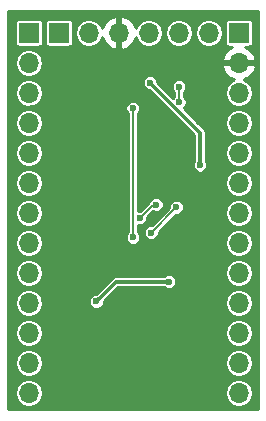
<source format=gbr>
G04 #@! TF.GenerationSoftware,KiCad,Pcbnew,5.0.1-33cea8e~68~ubuntu18.04.1*
G04 #@! TF.CreationDate,2018-10-26T18:50:41+11:00*
G04 #@! TF.ProjectId,PIC18F24K40,50494331384632344B34302E6B696361,rev?*
G04 #@! TF.SameCoordinates,Original*
G04 #@! TF.FileFunction,Copper,L2,Bot,Signal*
G04 #@! TF.FilePolarity,Positive*
%FSLAX46Y46*%
G04 Gerber Fmt 4.6, Leading zero omitted, Abs format (unit mm)*
G04 Created by KiCad (PCBNEW 5.0.1-33cea8e~68~ubuntu18.04.1) date Fri 26 Oct 2018 18:50:41 AEDT*
%MOMM*%
%LPD*%
G01*
G04 APERTURE LIST*
G04 #@! TA.AperFunction,ComponentPad*
%ADD10O,1.700000X1.700000*%
G04 #@! TD*
G04 #@! TA.AperFunction,ComponentPad*
%ADD11R,1.700000X1.700000*%
G04 #@! TD*
G04 #@! TA.AperFunction,ViaPad*
%ADD12C,0.600000*%
G04 #@! TD*
G04 #@! TA.AperFunction,Conductor*
%ADD13C,0.300000*%
G04 #@! TD*
G04 #@! TA.AperFunction,Conductor*
%ADD14C,0.150000*%
G04 #@! TD*
G04 #@! TA.AperFunction,Conductor*
%ADD15C,0.254000*%
G04 #@! TD*
G04 APERTURE END LIST*
D10*
G04 #@! TO.P,J3,6*
G04 #@! TO.N,Net-(J3-Pad6)*
X121920000Y-76200000D03*
G04 #@! TO.P,J3,5*
G04 #@! TO.N,/RB6*
X119380000Y-76200000D03*
G04 #@! TO.P,J3,4*
G04 #@! TO.N,/RB7*
X116840000Y-76200000D03*
G04 #@! TO.P,J3,3*
G04 #@! TO.N,GND*
X114300000Y-76200000D03*
G04 #@! TO.P,J3,2*
G04 #@! TO.N,VCC*
X111760000Y-76200000D03*
D11*
G04 #@! TO.P,J3,1*
G04 #@! TO.N,/RE3*
X109220000Y-76200000D03*
G04 #@! TD*
G04 #@! TO.P,J2,1*
G04 #@! TO.N,VCC*
X124460000Y-76200000D03*
D10*
G04 #@! TO.P,J2,2*
G04 #@! TO.N,GND*
X124460000Y-78740000D03*
G04 #@! TO.P,J2,3*
G04 #@! TO.N,/RB7*
X124460000Y-81280000D03*
G04 #@! TO.P,J2,4*
G04 #@! TO.N,/RB6*
X124460000Y-83820000D03*
G04 #@! TO.P,J2,5*
G04 #@! TO.N,/RB5*
X124460000Y-86360000D03*
G04 #@! TO.P,J2,6*
G04 #@! TO.N,/RB4*
X124460000Y-88900000D03*
G04 #@! TO.P,J2,7*
G04 #@! TO.N,/RB3*
X124460000Y-91440000D03*
G04 #@! TO.P,J2,8*
G04 #@! TO.N,/RB2*
X124460000Y-93980000D03*
G04 #@! TO.P,J2,9*
G04 #@! TO.N,/RB1*
X124460000Y-96520000D03*
G04 #@! TO.P,J2,10*
G04 #@! TO.N,/RB0*
X124460000Y-99060000D03*
G04 #@! TO.P,J2,11*
G04 #@! TO.N,/RC7*
X124460000Y-101600000D03*
G04 #@! TO.P,J2,12*
G04 #@! TO.N,/RC6*
X124460000Y-104140000D03*
G04 #@! TO.P,J2,13*
G04 #@! TO.N,/RC5*
X124460000Y-106680000D03*
G04 #@! TD*
G04 #@! TO.P,J1,13*
G04 #@! TO.N,/RC4*
X106680000Y-106680000D03*
G04 #@! TO.P,J1,12*
G04 #@! TO.N,/RC3*
X106680000Y-104140000D03*
G04 #@! TO.P,J1,11*
G04 #@! TO.N,/RC2*
X106680000Y-101600000D03*
G04 #@! TO.P,J1,10*
G04 #@! TO.N,/RC1*
X106680000Y-99060000D03*
G04 #@! TO.P,J1,9*
G04 #@! TO.N,/RC0*
X106680000Y-96520000D03*
G04 #@! TO.P,J1,8*
G04 #@! TO.N,/RA7*
X106680000Y-93980000D03*
G04 #@! TO.P,J1,7*
G04 #@! TO.N,/RA6*
X106680000Y-91440000D03*
G04 #@! TO.P,J1,6*
G04 #@! TO.N,/RA5*
X106680000Y-88900000D03*
G04 #@! TO.P,J1,5*
G04 #@! TO.N,/RA4*
X106680000Y-86360000D03*
G04 #@! TO.P,J1,4*
G04 #@! TO.N,/RA3*
X106680000Y-83820000D03*
G04 #@! TO.P,J1,3*
G04 #@! TO.N,/RA2*
X106680000Y-81280000D03*
G04 #@! TO.P,J1,2*
G04 #@! TO.N,/RA1*
X106680000Y-78740000D03*
D11*
G04 #@! TO.P,J1,1*
G04 #@! TO.N,/RA0*
X106680000Y-76200000D03*
G04 #@! TD*
D12*
G04 #@! TO.N,VCC*
X118530000Y-97270000D03*
X112390000Y-98950002D03*
X121170000Y-87410000D03*
X116940000Y-80420000D03*
G04 #@! TO.N,GND*
X121000000Y-91000000D03*
X111130000Y-87370000D03*
X121000000Y-107750000D03*
X121000000Y-107000000D03*
X121000000Y-106250000D03*
X111000000Y-107750000D03*
X111000000Y-107000000D03*
X111000000Y-106250000D03*
X118900000Y-95370000D03*
X111840000Y-83880000D03*
G04 #@! TO.N,/RC6*
X116050000Y-91890000D03*
X117460000Y-90760000D03*
G04 #@! TO.N,/RC7*
X117040000Y-93120000D03*
X119180000Y-90970000D03*
G04 #@! TO.N,/RB6*
X119390000Y-80755000D03*
X119410000Y-82070000D03*
G04 #@! TO.N,Net-(C5-Pad2)*
X115490000Y-82570000D03*
X115500000Y-93530000D03*
G04 #@! TD*
D13*
G04 #@! TO.N,VCC*
X114070002Y-97270000D02*
X112689999Y-98650003D01*
X112689999Y-98650003D02*
X112390000Y-98950002D01*
X118530000Y-97270000D02*
X114070002Y-97270000D01*
X121170000Y-84650000D02*
X116940000Y-80420000D01*
X121170000Y-87410000D02*
X121170000Y-84650000D01*
D14*
G04 #@! TO.N,/RC6*
X117180000Y-90760000D02*
X117460000Y-90760000D01*
X116050000Y-91890000D02*
X117180000Y-90760000D01*
G04 #@! TO.N,/RC7*
X119180000Y-90980000D02*
X119180000Y-90970000D01*
X117040000Y-93120000D02*
X119180000Y-90980000D01*
G04 #@! TO.N,/RB6*
X119390000Y-82050000D02*
X119410000Y-82070000D01*
X119390000Y-80755000D02*
X119390000Y-82050000D01*
G04 #@! TO.N,Net-(C5-Pad2)*
X115490000Y-82570000D02*
X115490000Y-93520000D01*
X115490000Y-93520000D02*
X115500000Y-93530000D01*
G04 #@! TD*
D15*
G04 #@! TO.N,GND*
G36*
X126098000Y-108098000D02*
X104902000Y-108098000D01*
X104902000Y-106680000D01*
X105479942Y-106680000D01*
X105571291Y-107139242D01*
X105831431Y-107528569D01*
X106220758Y-107788709D01*
X106564080Y-107857000D01*
X106795920Y-107857000D01*
X107139242Y-107788709D01*
X107528569Y-107528569D01*
X107788709Y-107139242D01*
X107880058Y-106680000D01*
X123259942Y-106680000D01*
X123351291Y-107139242D01*
X123611431Y-107528569D01*
X124000758Y-107788709D01*
X124344080Y-107857000D01*
X124575920Y-107857000D01*
X124919242Y-107788709D01*
X125308569Y-107528569D01*
X125568709Y-107139242D01*
X125660058Y-106680000D01*
X125568709Y-106220758D01*
X125308569Y-105831431D01*
X124919242Y-105571291D01*
X124575920Y-105503000D01*
X124344080Y-105503000D01*
X124000758Y-105571291D01*
X123611431Y-105831431D01*
X123351291Y-106220758D01*
X123259942Y-106680000D01*
X107880058Y-106680000D01*
X107788709Y-106220758D01*
X107528569Y-105831431D01*
X107139242Y-105571291D01*
X106795920Y-105503000D01*
X106564080Y-105503000D01*
X106220758Y-105571291D01*
X105831431Y-105831431D01*
X105571291Y-106220758D01*
X105479942Y-106680000D01*
X104902000Y-106680000D01*
X104902000Y-104140000D01*
X105479942Y-104140000D01*
X105571291Y-104599242D01*
X105831431Y-104988569D01*
X106220758Y-105248709D01*
X106564080Y-105317000D01*
X106795920Y-105317000D01*
X107139242Y-105248709D01*
X107528569Y-104988569D01*
X107788709Y-104599242D01*
X107880058Y-104140000D01*
X123259942Y-104140000D01*
X123351291Y-104599242D01*
X123611431Y-104988569D01*
X124000758Y-105248709D01*
X124344080Y-105317000D01*
X124575920Y-105317000D01*
X124919242Y-105248709D01*
X125308569Y-104988569D01*
X125568709Y-104599242D01*
X125660058Y-104140000D01*
X125568709Y-103680758D01*
X125308569Y-103291431D01*
X124919242Y-103031291D01*
X124575920Y-102963000D01*
X124344080Y-102963000D01*
X124000758Y-103031291D01*
X123611431Y-103291431D01*
X123351291Y-103680758D01*
X123259942Y-104140000D01*
X107880058Y-104140000D01*
X107788709Y-103680758D01*
X107528569Y-103291431D01*
X107139242Y-103031291D01*
X106795920Y-102963000D01*
X106564080Y-102963000D01*
X106220758Y-103031291D01*
X105831431Y-103291431D01*
X105571291Y-103680758D01*
X105479942Y-104140000D01*
X104902000Y-104140000D01*
X104902000Y-101600000D01*
X105479942Y-101600000D01*
X105571291Y-102059242D01*
X105831431Y-102448569D01*
X106220758Y-102708709D01*
X106564080Y-102777000D01*
X106795920Y-102777000D01*
X107139242Y-102708709D01*
X107528569Y-102448569D01*
X107788709Y-102059242D01*
X107880058Y-101600000D01*
X123259942Y-101600000D01*
X123351291Y-102059242D01*
X123611431Y-102448569D01*
X124000758Y-102708709D01*
X124344080Y-102777000D01*
X124575920Y-102777000D01*
X124919242Y-102708709D01*
X125308569Y-102448569D01*
X125568709Y-102059242D01*
X125660058Y-101600000D01*
X125568709Y-101140758D01*
X125308569Y-100751431D01*
X124919242Y-100491291D01*
X124575920Y-100423000D01*
X124344080Y-100423000D01*
X124000758Y-100491291D01*
X123611431Y-100751431D01*
X123351291Y-101140758D01*
X123259942Y-101600000D01*
X107880058Y-101600000D01*
X107788709Y-101140758D01*
X107528569Y-100751431D01*
X107139242Y-100491291D01*
X106795920Y-100423000D01*
X106564080Y-100423000D01*
X106220758Y-100491291D01*
X105831431Y-100751431D01*
X105571291Y-101140758D01*
X105479942Y-101600000D01*
X104902000Y-101600000D01*
X104902000Y-99060000D01*
X105479942Y-99060000D01*
X105571291Y-99519242D01*
X105831431Y-99908569D01*
X106220758Y-100168709D01*
X106564080Y-100237000D01*
X106795920Y-100237000D01*
X107139242Y-100168709D01*
X107528569Y-99908569D01*
X107788709Y-99519242D01*
X107880058Y-99060000D01*
X107833371Y-98825284D01*
X111763000Y-98825284D01*
X111763000Y-99074720D01*
X111858455Y-99305169D01*
X112034833Y-99481547D01*
X112265282Y-99577002D01*
X112514718Y-99577002D01*
X112745167Y-99481547D01*
X112921545Y-99305169D01*
X113017000Y-99074720D01*
X113017000Y-99060000D01*
X123259942Y-99060000D01*
X123351291Y-99519242D01*
X123611431Y-99908569D01*
X124000758Y-100168709D01*
X124344080Y-100237000D01*
X124575920Y-100237000D01*
X124919242Y-100168709D01*
X125308569Y-99908569D01*
X125568709Y-99519242D01*
X125660058Y-99060000D01*
X125568709Y-98600758D01*
X125308569Y-98211431D01*
X124919242Y-97951291D01*
X124575920Y-97883000D01*
X124344080Y-97883000D01*
X124000758Y-97951291D01*
X123611431Y-98211431D01*
X123351291Y-98600758D01*
X123259942Y-99060000D01*
X113017000Y-99060000D01*
X113017000Y-98997581D01*
X113060505Y-98954076D01*
X114267582Y-97747000D01*
X118120288Y-97747000D01*
X118174833Y-97801545D01*
X118405282Y-97897000D01*
X118654718Y-97897000D01*
X118885167Y-97801545D01*
X119061545Y-97625167D01*
X119157000Y-97394718D01*
X119157000Y-97145282D01*
X119061545Y-96914833D01*
X118885167Y-96738455D01*
X118654718Y-96643000D01*
X118405282Y-96643000D01*
X118174833Y-96738455D01*
X118120288Y-96793000D01*
X114116973Y-96793000D01*
X114070002Y-96783657D01*
X114023031Y-96793000D01*
X114023027Y-96793000D01*
X113883886Y-96820677D01*
X113726105Y-96926103D01*
X113699496Y-96965926D01*
X112385926Y-98279497D01*
X112342421Y-98323002D01*
X112265282Y-98323002D01*
X112034833Y-98418457D01*
X111858455Y-98594835D01*
X111763000Y-98825284D01*
X107833371Y-98825284D01*
X107788709Y-98600758D01*
X107528569Y-98211431D01*
X107139242Y-97951291D01*
X106795920Y-97883000D01*
X106564080Y-97883000D01*
X106220758Y-97951291D01*
X105831431Y-98211431D01*
X105571291Y-98600758D01*
X105479942Y-99060000D01*
X104902000Y-99060000D01*
X104902000Y-96520000D01*
X105479942Y-96520000D01*
X105571291Y-96979242D01*
X105831431Y-97368569D01*
X106220758Y-97628709D01*
X106564080Y-97697000D01*
X106795920Y-97697000D01*
X107139242Y-97628709D01*
X107528569Y-97368569D01*
X107788709Y-96979242D01*
X107880058Y-96520000D01*
X123259942Y-96520000D01*
X123351291Y-96979242D01*
X123611431Y-97368569D01*
X124000758Y-97628709D01*
X124344080Y-97697000D01*
X124575920Y-97697000D01*
X124919242Y-97628709D01*
X125308569Y-97368569D01*
X125568709Y-96979242D01*
X125660058Y-96520000D01*
X125568709Y-96060758D01*
X125308569Y-95671431D01*
X124919242Y-95411291D01*
X124575920Y-95343000D01*
X124344080Y-95343000D01*
X124000758Y-95411291D01*
X123611431Y-95671431D01*
X123351291Y-96060758D01*
X123259942Y-96520000D01*
X107880058Y-96520000D01*
X107788709Y-96060758D01*
X107528569Y-95671431D01*
X107139242Y-95411291D01*
X106795920Y-95343000D01*
X106564080Y-95343000D01*
X106220758Y-95411291D01*
X105831431Y-95671431D01*
X105571291Y-96060758D01*
X105479942Y-96520000D01*
X104902000Y-96520000D01*
X104902000Y-93980000D01*
X105479942Y-93980000D01*
X105571291Y-94439242D01*
X105831431Y-94828569D01*
X106220758Y-95088709D01*
X106564080Y-95157000D01*
X106795920Y-95157000D01*
X107139242Y-95088709D01*
X107528569Y-94828569D01*
X107788709Y-94439242D01*
X107880058Y-93980000D01*
X107788709Y-93520758D01*
X107528569Y-93131431D01*
X107139242Y-92871291D01*
X106795920Y-92803000D01*
X106564080Y-92803000D01*
X106220758Y-92871291D01*
X105831431Y-93131431D01*
X105571291Y-93520758D01*
X105479942Y-93980000D01*
X104902000Y-93980000D01*
X104902000Y-91440000D01*
X105479942Y-91440000D01*
X105571291Y-91899242D01*
X105831431Y-92288569D01*
X106220758Y-92548709D01*
X106564080Y-92617000D01*
X106795920Y-92617000D01*
X107139242Y-92548709D01*
X107528569Y-92288569D01*
X107788709Y-91899242D01*
X107880058Y-91440000D01*
X107788709Y-90980758D01*
X107528569Y-90591431D01*
X107139242Y-90331291D01*
X106795920Y-90263000D01*
X106564080Y-90263000D01*
X106220758Y-90331291D01*
X105831431Y-90591431D01*
X105571291Y-90980758D01*
X105479942Y-91440000D01*
X104902000Y-91440000D01*
X104902000Y-88900000D01*
X105479942Y-88900000D01*
X105571291Y-89359242D01*
X105831431Y-89748569D01*
X106220758Y-90008709D01*
X106564080Y-90077000D01*
X106795920Y-90077000D01*
X107139242Y-90008709D01*
X107528569Y-89748569D01*
X107788709Y-89359242D01*
X107880058Y-88900000D01*
X107788709Y-88440758D01*
X107528569Y-88051431D01*
X107139242Y-87791291D01*
X106795920Y-87723000D01*
X106564080Y-87723000D01*
X106220758Y-87791291D01*
X105831431Y-88051431D01*
X105571291Y-88440758D01*
X105479942Y-88900000D01*
X104902000Y-88900000D01*
X104902000Y-86360000D01*
X105479942Y-86360000D01*
X105571291Y-86819242D01*
X105831431Y-87208569D01*
X106220758Y-87468709D01*
X106564080Y-87537000D01*
X106795920Y-87537000D01*
X107139242Y-87468709D01*
X107528569Y-87208569D01*
X107788709Y-86819242D01*
X107880058Y-86360000D01*
X107788709Y-85900758D01*
X107528569Y-85511431D01*
X107139242Y-85251291D01*
X106795920Y-85183000D01*
X106564080Y-85183000D01*
X106220758Y-85251291D01*
X105831431Y-85511431D01*
X105571291Y-85900758D01*
X105479942Y-86360000D01*
X104902000Y-86360000D01*
X104902000Y-83820000D01*
X105479942Y-83820000D01*
X105571291Y-84279242D01*
X105831431Y-84668569D01*
X106220758Y-84928709D01*
X106564080Y-84997000D01*
X106795920Y-84997000D01*
X107139242Y-84928709D01*
X107528569Y-84668569D01*
X107788709Y-84279242D01*
X107880058Y-83820000D01*
X107788709Y-83360758D01*
X107528569Y-82971431D01*
X107139242Y-82711291D01*
X106795920Y-82643000D01*
X106564080Y-82643000D01*
X106220758Y-82711291D01*
X105831431Y-82971431D01*
X105571291Y-83360758D01*
X105479942Y-83820000D01*
X104902000Y-83820000D01*
X104902000Y-81280000D01*
X105479942Y-81280000D01*
X105571291Y-81739242D01*
X105831431Y-82128569D01*
X106220758Y-82388709D01*
X106564080Y-82457000D01*
X106795920Y-82457000D01*
X106854830Y-82445282D01*
X114863000Y-82445282D01*
X114863000Y-82694718D01*
X114958455Y-82925167D01*
X115088000Y-83054712D01*
X115088001Y-93055287D01*
X114968455Y-93174833D01*
X114873000Y-93405282D01*
X114873000Y-93654718D01*
X114968455Y-93885167D01*
X115144833Y-94061545D01*
X115375282Y-94157000D01*
X115624718Y-94157000D01*
X115855167Y-94061545D01*
X115936712Y-93980000D01*
X123259942Y-93980000D01*
X123351291Y-94439242D01*
X123611431Y-94828569D01*
X124000758Y-95088709D01*
X124344080Y-95157000D01*
X124575920Y-95157000D01*
X124919242Y-95088709D01*
X125308569Y-94828569D01*
X125568709Y-94439242D01*
X125660058Y-93980000D01*
X125568709Y-93520758D01*
X125308569Y-93131431D01*
X124919242Y-92871291D01*
X124575920Y-92803000D01*
X124344080Y-92803000D01*
X124000758Y-92871291D01*
X123611431Y-93131431D01*
X123351291Y-93520758D01*
X123259942Y-93980000D01*
X115936712Y-93980000D01*
X116031545Y-93885167D01*
X116127000Y-93654718D01*
X116127000Y-93405282D01*
X116031545Y-93174833D01*
X115892000Y-93035288D01*
X115892000Y-92995282D01*
X116413000Y-92995282D01*
X116413000Y-93244718D01*
X116508455Y-93475167D01*
X116684833Y-93651545D01*
X116915282Y-93747000D01*
X117164718Y-93747000D01*
X117395167Y-93651545D01*
X117571545Y-93475167D01*
X117667000Y-93244718D01*
X117667000Y-93061513D01*
X119131514Y-91597000D01*
X119304718Y-91597000D01*
X119535167Y-91501545D01*
X119596712Y-91440000D01*
X123259942Y-91440000D01*
X123351291Y-91899242D01*
X123611431Y-92288569D01*
X124000758Y-92548709D01*
X124344080Y-92617000D01*
X124575920Y-92617000D01*
X124919242Y-92548709D01*
X125308569Y-92288569D01*
X125568709Y-91899242D01*
X125660058Y-91440000D01*
X125568709Y-90980758D01*
X125308569Y-90591431D01*
X124919242Y-90331291D01*
X124575920Y-90263000D01*
X124344080Y-90263000D01*
X124000758Y-90331291D01*
X123611431Y-90591431D01*
X123351291Y-90980758D01*
X123259942Y-91440000D01*
X119596712Y-91440000D01*
X119711545Y-91325167D01*
X119807000Y-91094718D01*
X119807000Y-90845282D01*
X119711545Y-90614833D01*
X119535167Y-90438455D01*
X119304718Y-90343000D01*
X119055282Y-90343000D01*
X118824833Y-90438455D01*
X118648455Y-90614833D01*
X118553000Y-90845282D01*
X118553000Y-91038486D01*
X117098487Y-92493000D01*
X116915282Y-92493000D01*
X116684833Y-92588455D01*
X116508455Y-92764833D01*
X116413000Y-92995282D01*
X115892000Y-92995282D01*
X115892000Y-92503214D01*
X115925282Y-92517000D01*
X116174718Y-92517000D01*
X116405167Y-92421545D01*
X116581545Y-92245167D01*
X116677000Y-92014718D01*
X116677000Y-91831513D01*
X117184125Y-91324389D01*
X117335282Y-91387000D01*
X117584718Y-91387000D01*
X117815167Y-91291545D01*
X117991545Y-91115167D01*
X118087000Y-90884718D01*
X118087000Y-90635282D01*
X117991545Y-90404833D01*
X117815167Y-90228455D01*
X117584718Y-90133000D01*
X117335282Y-90133000D01*
X117104833Y-90228455D01*
X116928455Y-90404833D01*
X116905681Y-90459814D01*
X116890175Y-90470175D01*
X116867750Y-90503736D01*
X116108487Y-91263000D01*
X115925282Y-91263000D01*
X115892000Y-91276786D01*
X115892000Y-88900000D01*
X123259942Y-88900000D01*
X123351291Y-89359242D01*
X123611431Y-89748569D01*
X124000758Y-90008709D01*
X124344080Y-90077000D01*
X124575920Y-90077000D01*
X124919242Y-90008709D01*
X125308569Y-89748569D01*
X125568709Y-89359242D01*
X125660058Y-88900000D01*
X125568709Y-88440758D01*
X125308569Y-88051431D01*
X124919242Y-87791291D01*
X124575920Y-87723000D01*
X124344080Y-87723000D01*
X124000758Y-87791291D01*
X123611431Y-88051431D01*
X123351291Y-88440758D01*
X123259942Y-88900000D01*
X115892000Y-88900000D01*
X115892000Y-83054712D01*
X116021545Y-82925167D01*
X116117000Y-82694718D01*
X116117000Y-82445282D01*
X116021545Y-82214833D01*
X115845167Y-82038455D01*
X115614718Y-81943000D01*
X115365282Y-81943000D01*
X115134833Y-82038455D01*
X114958455Y-82214833D01*
X114863000Y-82445282D01*
X106854830Y-82445282D01*
X107139242Y-82388709D01*
X107528569Y-82128569D01*
X107788709Y-81739242D01*
X107880058Y-81280000D01*
X107788709Y-80820758D01*
X107528569Y-80431431D01*
X107324808Y-80295282D01*
X116313000Y-80295282D01*
X116313000Y-80544718D01*
X116408455Y-80775167D01*
X116584833Y-80951545D01*
X116815282Y-81047000D01*
X116892421Y-81047000D01*
X120693001Y-84847581D01*
X120693000Y-87000288D01*
X120638455Y-87054833D01*
X120543000Y-87285282D01*
X120543000Y-87534718D01*
X120638455Y-87765167D01*
X120814833Y-87941545D01*
X121045282Y-88037000D01*
X121294718Y-88037000D01*
X121525167Y-87941545D01*
X121701545Y-87765167D01*
X121797000Y-87534718D01*
X121797000Y-87285282D01*
X121701545Y-87054833D01*
X121647000Y-87000288D01*
X121647000Y-86360000D01*
X123259942Y-86360000D01*
X123351291Y-86819242D01*
X123611431Y-87208569D01*
X124000758Y-87468709D01*
X124344080Y-87537000D01*
X124575920Y-87537000D01*
X124919242Y-87468709D01*
X125308569Y-87208569D01*
X125568709Y-86819242D01*
X125660058Y-86360000D01*
X125568709Y-85900758D01*
X125308569Y-85511431D01*
X124919242Y-85251291D01*
X124575920Y-85183000D01*
X124344080Y-85183000D01*
X124000758Y-85251291D01*
X123611431Y-85511431D01*
X123351291Y-85900758D01*
X123259942Y-86360000D01*
X121647000Y-86360000D01*
X121647000Y-84696969D01*
X121656343Y-84649999D01*
X121647000Y-84603029D01*
X121647000Y-84603025D01*
X121619323Y-84463884D01*
X121513897Y-84306103D01*
X121474074Y-84279494D01*
X121014580Y-83820000D01*
X123259942Y-83820000D01*
X123351291Y-84279242D01*
X123611431Y-84668569D01*
X124000758Y-84928709D01*
X124344080Y-84997000D01*
X124575920Y-84997000D01*
X124919242Y-84928709D01*
X125308569Y-84668569D01*
X125568709Y-84279242D01*
X125660058Y-83820000D01*
X125568709Y-83360758D01*
X125308569Y-82971431D01*
X124919242Y-82711291D01*
X124575920Y-82643000D01*
X124344080Y-82643000D01*
X124000758Y-82711291D01*
X123611431Y-82971431D01*
X123351291Y-83360758D01*
X123259942Y-83820000D01*
X121014580Y-83820000D01*
X119780646Y-82586066D01*
X119941545Y-82425167D01*
X120037000Y-82194718D01*
X120037000Y-81945282D01*
X119941545Y-81714833D01*
X119792000Y-81565288D01*
X119792000Y-81239712D01*
X119921545Y-81110167D01*
X120017000Y-80879718D01*
X120017000Y-80630282D01*
X119921545Y-80399833D01*
X119745167Y-80223455D01*
X119514718Y-80128000D01*
X119265282Y-80128000D01*
X119034833Y-80223455D01*
X118858455Y-80399833D01*
X118763000Y-80630282D01*
X118763000Y-80879718D01*
X118858455Y-81110167D01*
X118988000Y-81239712D01*
X118988001Y-81605287D01*
X118893934Y-81699354D01*
X117567000Y-80372421D01*
X117567000Y-80295282D01*
X117471545Y-80064833D01*
X117295167Y-79888455D01*
X117064718Y-79793000D01*
X116815282Y-79793000D01*
X116584833Y-79888455D01*
X116408455Y-80064833D01*
X116313000Y-80295282D01*
X107324808Y-80295282D01*
X107139242Y-80171291D01*
X106795920Y-80103000D01*
X106564080Y-80103000D01*
X106220758Y-80171291D01*
X105831431Y-80431431D01*
X105571291Y-80820758D01*
X105479942Y-81280000D01*
X104902000Y-81280000D01*
X104902000Y-78740000D01*
X105479942Y-78740000D01*
X105571291Y-79199242D01*
X105831431Y-79588569D01*
X106220758Y-79848709D01*
X106564080Y-79917000D01*
X106795920Y-79917000D01*
X107139242Y-79848709D01*
X107528569Y-79588569D01*
X107788709Y-79199242D01*
X107809068Y-79096890D01*
X123018524Y-79096890D01*
X123188355Y-79506924D01*
X123578642Y-79935183D01*
X124057406Y-80160023D01*
X124000758Y-80171291D01*
X123611431Y-80431431D01*
X123351291Y-80820758D01*
X123259942Y-81280000D01*
X123351291Y-81739242D01*
X123611431Y-82128569D01*
X124000758Y-82388709D01*
X124344080Y-82457000D01*
X124575920Y-82457000D01*
X124919242Y-82388709D01*
X125308569Y-82128569D01*
X125568709Y-81739242D01*
X125660058Y-81280000D01*
X125568709Y-80820758D01*
X125308569Y-80431431D01*
X124919242Y-80171291D01*
X124862594Y-80160023D01*
X125341358Y-79935183D01*
X125731645Y-79506924D01*
X125901476Y-79096890D01*
X125780155Y-78867000D01*
X124587000Y-78867000D01*
X124587000Y-78887000D01*
X124333000Y-78887000D01*
X124333000Y-78867000D01*
X123139845Y-78867000D01*
X123018524Y-79096890D01*
X107809068Y-79096890D01*
X107880058Y-78740000D01*
X107809069Y-78383110D01*
X123018524Y-78383110D01*
X123139845Y-78613000D01*
X124333000Y-78613000D01*
X124333000Y-78593000D01*
X124587000Y-78593000D01*
X124587000Y-78613000D01*
X125780155Y-78613000D01*
X125901476Y-78383110D01*
X125731645Y-77973076D01*
X125341358Y-77544817D01*
X124997657Y-77383406D01*
X125310000Y-77383406D01*
X125437589Y-77358027D01*
X125545754Y-77285754D01*
X125618027Y-77177589D01*
X125643406Y-77050000D01*
X125643406Y-75350000D01*
X125618027Y-75222411D01*
X125545754Y-75114246D01*
X125437589Y-75041973D01*
X125310000Y-75016594D01*
X123610000Y-75016594D01*
X123482411Y-75041973D01*
X123374246Y-75114246D01*
X123301973Y-75222411D01*
X123276594Y-75350000D01*
X123276594Y-77050000D01*
X123301973Y-77177589D01*
X123374246Y-77285754D01*
X123482411Y-77358027D01*
X123610000Y-77383406D01*
X123922343Y-77383406D01*
X123578642Y-77544817D01*
X123188355Y-77973076D01*
X123018524Y-78383110D01*
X107809069Y-78383110D01*
X107788709Y-78280758D01*
X107528569Y-77891431D01*
X107139242Y-77631291D01*
X106795920Y-77563000D01*
X106564080Y-77563000D01*
X106220758Y-77631291D01*
X105831431Y-77891431D01*
X105571291Y-78280758D01*
X105479942Y-78740000D01*
X104902000Y-78740000D01*
X104902000Y-75350000D01*
X105496594Y-75350000D01*
X105496594Y-77050000D01*
X105521973Y-77177589D01*
X105594246Y-77285754D01*
X105702411Y-77358027D01*
X105830000Y-77383406D01*
X107530000Y-77383406D01*
X107657589Y-77358027D01*
X107765754Y-77285754D01*
X107838027Y-77177589D01*
X107863406Y-77050000D01*
X107863406Y-75350000D01*
X108036594Y-75350000D01*
X108036594Y-77050000D01*
X108061973Y-77177589D01*
X108134246Y-77285754D01*
X108242411Y-77358027D01*
X108370000Y-77383406D01*
X110070000Y-77383406D01*
X110197589Y-77358027D01*
X110305754Y-77285754D01*
X110378027Y-77177589D01*
X110403406Y-77050000D01*
X110403406Y-76200000D01*
X110559942Y-76200000D01*
X110651291Y-76659242D01*
X110911431Y-77048569D01*
X111300758Y-77308709D01*
X111644080Y-77377000D01*
X111875920Y-77377000D01*
X112219242Y-77308709D01*
X112608569Y-77048569D01*
X112868709Y-76659242D01*
X112879977Y-76602594D01*
X113104817Y-77081358D01*
X113533076Y-77471645D01*
X113943110Y-77641476D01*
X114173000Y-77520155D01*
X114173000Y-76327000D01*
X114153000Y-76327000D01*
X114153000Y-76073000D01*
X114173000Y-76073000D01*
X114173000Y-74879845D01*
X114427000Y-74879845D01*
X114427000Y-76073000D01*
X114447000Y-76073000D01*
X114447000Y-76327000D01*
X114427000Y-76327000D01*
X114427000Y-77520155D01*
X114656890Y-77641476D01*
X115066924Y-77471645D01*
X115495183Y-77081358D01*
X115720023Y-76602594D01*
X115731291Y-76659242D01*
X115991431Y-77048569D01*
X116380758Y-77308709D01*
X116724080Y-77377000D01*
X116955920Y-77377000D01*
X117299242Y-77308709D01*
X117688569Y-77048569D01*
X117948709Y-76659242D01*
X118040058Y-76200000D01*
X118179942Y-76200000D01*
X118271291Y-76659242D01*
X118531431Y-77048569D01*
X118920758Y-77308709D01*
X119264080Y-77377000D01*
X119495920Y-77377000D01*
X119839242Y-77308709D01*
X120228569Y-77048569D01*
X120488709Y-76659242D01*
X120580058Y-76200000D01*
X120719942Y-76200000D01*
X120811291Y-76659242D01*
X121071431Y-77048569D01*
X121460758Y-77308709D01*
X121804080Y-77377000D01*
X122035920Y-77377000D01*
X122379242Y-77308709D01*
X122768569Y-77048569D01*
X123028709Y-76659242D01*
X123120058Y-76200000D01*
X123028709Y-75740758D01*
X122768569Y-75351431D01*
X122379242Y-75091291D01*
X122035920Y-75023000D01*
X121804080Y-75023000D01*
X121460758Y-75091291D01*
X121071431Y-75351431D01*
X120811291Y-75740758D01*
X120719942Y-76200000D01*
X120580058Y-76200000D01*
X120488709Y-75740758D01*
X120228569Y-75351431D01*
X119839242Y-75091291D01*
X119495920Y-75023000D01*
X119264080Y-75023000D01*
X118920758Y-75091291D01*
X118531431Y-75351431D01*
X118271291Y-75740758D01*
X118179942Y-76200000D01*
X118040058Y-76200000D01*
X117948709Y-75740758D01*
X117688569Y-75351431D01*
X117299242Y-75091291D01*
X116955920Y-75023000D01*
X116724080Y-75023000D01*
X116380758Y-75091291D01*
X115991431Y-75351431D01*
X115731291Y-75740758D01*
X115720023Y-75797406D01*
X115495183Y-75318642D01*
X115066924Y-74928355D01*
X114656890Y-74758524D01*
X114427000Y-74879845D01*
X114173000Y-74879845D01*
X113943110Y-74758524D01*
X113533076Y-74928355D01*
X113104817Y-75318642D01*
X112879977Y-75797406D01*
X112868709Y-75740758D01*
X112608569Y-75351431D01*
X112219242Y-75091291D01*
X111875920Y-75023000D01*
X111644080Y-75023000D01*
X111300758Y-75091291D01*
X110911431Y-75351431D01*
X110651291Y-75740758D01*
X110559942Y-76200000D01*
X110403406Y-76200000D01*
X110403406Y-75350000D01*
X110378027Y-75222411D01*
X110305754Y-75114246D01*
X110197589Y-75041973D01*
X110070000Y-75016594D01*
X108370000Y-75016594D01*
X108242411Y-75041973D01*
X108134246Y-75114246D01*
X108061973Y-75222411D01*
X108036594Y-75350000D01*
X107863406Y-75350000D01*
X107838027Y-75222411D01*
X107765754Y-75114246D01*
X107657589Y-75041973D01*
X107530000Y-75016594D01*
X105830000Y-75016594D01*
X105702411Y-75041973D01*
X105594246Y-75114246D01*
X105521973Y-75222411D01*
X105496594Y-75350000D01*
X104902000Y-75350000D01*
X104902000Y-74402000D01*
X126098001Y-74402000D01*
X126098000Y-108098000D01*
X126098000Y-108098000D01*
G37*
X126098000Y-108098000D02*
X104902000Y-108098000D01*
X104902000Y-106680000D01*
X105479942Y-106680000D01*
X105571291Y-107139242D01*
X105831431Y-107528569D01*
X106220758Y-107788709D01*
X106564080Y-107857000D01*
X106795920Y-107857000D01*
X107139242Y-107788709D01*
X107528569Y-107528569D01*
X107788709Y-107139242D01*
X107880058Y-106680000D01*
X123259942Y-106680000D01*
X123351291Y-107139242D01*
X123611431Y-107528569D01*
X124000758Y-107788709D01*
X124344080Y-107857000D01*
X124575920Y-107857000D01*
X124919242Y-107788709D01*
X125308569Y-107528569D01*
X125568709Y-107139242D01*
X125660058Y-106680000D01*
X125568709Y-106220758D01*
X125308569Y-105831431D01*
X124919242Y-105571291D01*
X124575920Y-105503000D01*
X124344080Y-105503000D01*
X124000758Y-105571291D01*
X123611431Y-105831431D01*
X123351291Y-106220758D01*
X123259942Y-106680000D01*
X107880058Y-106680000D01*
X107788709Y-106220758D01*
X107528569Y-105831431D01*
X107139242Y-105571291D01*
X106795920Y-105503000D01*
X106564080Y-105503000D01*
X106220758Y-105571291D01*
X105831431Y-105831431D01*
X105571291Y-106220758D01*
X105479942Y-106680000D01*
X104902000Y-106680000D01*
X104902000Y-104140000D01*
X105479942Y-104140000D01*
X105571291Y-104599242D01*
X105831431Y-104988569D01*
X106220758Y-105248709D01*
X106564080Y-105317000D01*
X106795920Y-105317000D01*
X107139242Y-105248709D01*
X107528569Y-104988569D01*
X107788709Y-104599242D01*
X107880058Y-104140000D01*
X123259942Y-104140000D01*
X123351291Y-104599242D01*
X123611431Y-104988569D01*
X124000758Y-105248709D01*
X124344080Y-105317000D01*
X124575920Y-105317000D01*
X124919242Y-105248709D01*
X125308569Y-104988569D01*
X125568709Y-104599242D01*
X125660058Y-104140000D01*
X125568709Y-103680758D01*
X125308569Y-103291431D01*
X124919242Y-103031291D01*
X124575920Y-102963000D01*
X124344080Y-102963000D01*
X124000758Y-103031291D01*
X123611431Y-103291431D01*
X123351291Y-103680758D01*
X123259942Y-104140000D01*
X107880058Y-104140000D01*
X107788709Y-103680758D01*
X107528569Y-103291431D01*
X107139242Y-103031291D01*
X106795920Y-102963000D01*
X106564080Y-102963000D01*
X106220758Y-103031291D01*
X105831431Y-103291431D01*
X105571291Y-103680758D01*
X105479942Y-104140000D01*
X104902000Y-104140000D01*
X104902000Y-101600000D01*
X105479942Y-101600000D01*
X105571291Y-102059242D01*
X105831431Y-102448569D01*
X106220758Y-102708709D01*
X106564080Y-102777000D01*
X106795920Y-102777000D01*
X107139242Y-102708709D01*
X107528569Y-102448569D01*
X107788709Y-102059242D01*
X107880058Y-101600000D01*
X123259942Y-101600000D01*
X123351291Y-102059242D01*
X123611431Y-102448569D01*
X124000758Y-102708709D01*
X124344080Y-102777000D01*
X124575920Y-102777000D01*
X124919242Y-102708709D01*
X125308569Y-102448569D01*
X125568709Y-102059242D01*
X125660058Y-101600000D01*
X125568709Y-101140758D01*
X125308569Y-100751431D01*
X124919242Y-100491291D01*
X124575920Y-100423000D01*
X124344080Y-100423000D01*
X124000758Y-100491291D01*
X123611431Y-100751431D01*
X123351291Y-101140758D01*
X123259942Y-101600000D01*
X107880058Y-101600000D01*
X107788709Y-101140758D01*
X107528569Y-100751431D01*
X107139242Y-100491291D01*
X106795920Y-100423000D01*
X106564080Y-100423000D01*
X106220758Y-100491291D01*
X105831431Y-100751431D01*
X105571291Y-101140758D01*
X105479942Y-101600000D01*
X104902000Y-101600000D01*
X104902000Y-99060000D01*
X105479942Y-99060000D01*
X105571291Y-99519242D01*
X105831431Y-99908569D01*
X106220758Y-100168709D01*
X106564080Y-100237000D01*
X106795920Y-100237000D01*
X107139242Y-100168709D01*
X107528569Y-99908569D01*
X107788709Y-99519242D01*
X107880058Y-99060000D01*
X107833371Y-98825284D01*
X111763000Y-98825284D01*
X111763000Y-99074720D01*
X111858455Y-99305169D01*
X112034833Y-99481547D01*
X112265282Y-99577002D01*
X112514718Y-99577002D01*
X112745167Y-99481547D01*
X112921545Y-99305169D01*
X113017000Y-99074720D01*
X113017000Y-99060000D01*
X123259942Y-99060000D01*
X123351291Y-99519242D01*
X123611431Y-99908569D01*
X124000758Y-100168709D01*
X124344080Y-100237000D01*
X124575920Y-100237000D01*
X124919242Y-100168709D01*
X125308569Y-99908569D01*
X125568709Y-99519242D01*
X125660058Y-99060000D01*
X125568709Y-98600758D01*
X125308569Y-98211431D01*
X124919242Y-97951291D01*
X124575920Y-97883000D01*
X124344080Y-97883000D01*
X124000758Y-97951291D01*
X123611431Y-98211431D01*
X123351291Y-98600758D01*
X123259942Y-99060000D01*
X113017000Y-99060000D01*
X113017000Y-98997581D01*
X113060505Y-98954076D01*
X114267582Y-97747000D01*
X118120288Y-97747000D01*
X118174833Y-97801545D01*
X118405282Y-97897000D01*
X118654718Y-97897000D01*
X118885167Y-97801545D01*
X119061545Y-97625167D01*
X119157000Y-97394718D01*
X119157000Y-97145282D01*
X119061545Y-96914833D01*
X118885167Y-96738455D01*
X118654718Y-96643000D01*
X118405282Y-96643000D01*
X118174833Y-96738455D01*
X118120288Y-96793000D01*
X114116973Y-96793000D01*
X114070002Y-96783657D01*
X114023031Y-96793000D01*
X114023027Y-96793000D01*
X113883886Y-96820677D01*
X113726105Y-96926103D01*
X113699496Y-96965926D01*
X112385926Y-98279497D01*
X112342421Y-98323002D01*
X112265282Y-98323002D01*
X112034833Y-98418457D01*
X111858455Y-98594835D01*
X111763000Y-98825284D01*
X107833371Y-98825284D01*
X107788709Y-98600758D01*
X107528569Y-98211431D01*
X107139242Y-97951291D01*
X106795920Y-97883000D01*
X106564080Y-97883000D01*
X106220758Y-97951291D01*
X105831431Y-98211431D01*
X105571291Y-98600758D01*
X105479942Y-99060000D01*
X104902000Y-99060000D01*
X104902000Y-96520000D01*
X105479942Y-96520000D01*
X105571291Y-96979242D01*
X105831431Y-97368569D01*
X106220758Y-97628709D01*
X106564080Y-97697000D01*
X106795920Y-97697000D01*
X107139242Y-97628709D01*
X107528569Y-97368569D01*
X107788709Y-96979242D01*
X107880058Y-96520000D01*
X123259942Y-96520000D01*
X123351291Y-96979242D01*
X123611431Y-97368569D01*
X124000758Y-97628709D01*
X124344080Y-97697000D01*
X124575920Y-97697000D01*
X124919242Y-97628709D01*
X125308569Y-97368569D01*
X125568709Y-96979242D01*
X125660058Y-96520000D01*
X125568709Y-96060758D01*
X125308569Y-95671431D01*
X124919242Y-95411291D01*
X124575920Y-95343000D01*
X124344080Y-95343000D01*
X124000758Y-95411291D01*
X123611431Y-95671431D01*
X123351291Y-96060758D01*
X123259942Y-96520000D01*
X107880058Y-96520000D01*
X107788709Y-96060758D01*
X107528569Y-95671431D01*
X107139242Y-95411291D01*
X106795920Y-95343000D01*
X106564080Y-95343000D01*
X106220758Y-95411291D01*
X105831431Y-95671431D01*
X105571291Y-96060758D01*
X105479942Y-96520000D01*
X104902000Y-96520000D01*
X104902000Y-93980000D01*
X105479942Y-93980000D01*
X105571291Y-94439242D01*
X105831431Y-94828569D01*
X106220758Y-95088709D01*
X106564080Y-95157000D01*
X106795920Y-95157000D01*
X107139242Y-95088709D01*
X107528569Y-94828569D01*
X107788709Y-94439242D01*
X107880058Y-93980000D01*
X107788709Y-93520758D01*
X107528569Y-93131431D01*
X107139242Y-92871291D01*
X106795920Y-92803000D01*
X106564080Y-92803000D01*
X106220758Y-92871291D01*
X105831431Y-93131431D01*
X105571291Y-93520758D01*
X105479942Y-93980000D01*
X104902000Y-93980000D01*
X104902000Y-91440000D01*
X105479942Y-91440000D01*
X105571291Y-91899242D01*
X105831431Y-92288569D01*
X106220758Y-92548709D01*
X106564080Y-92617000D01*
X106795920Y-92617000D01*
X107139242Y-92548709D01*
X107528569Y-92288569D01*
X107788709Y-91899242D01*
X107880058Y-91440000D01*
X107788709Y-90980758D01*
X107528569Y-90591431D01*
X107139242Y-90331291D01*
X106795920Y-90263000D01*
X106564080Y-90263000D01*
X106220758Y-90331291D01*
X105831431Y-90591431D01*
X105571291Y-90980758D01*
X105479942Y-91440000D01*
X104902000Y-91440000D01*
X104902000Y-88900000D01*
X105479942Y-88900000D01*
X105571291Y-89359242D01*
X105831431Y-89748569D01*
X106220758Y-90008709D01*
X106564080Y-90077000D01*
X106795920Y-90077000D01*
X107139242Y-90008709D01*
X107528569Y-89748569D01*
X107788709Y-89359242D01*
X107880058Y-88900000D01*
X107788709Y-88440758D01*
X107528569Y-88051431D01*
X107139242Y-87791291D01*
X106795920Y-87723000D01*
X106564080Y-87723000D01*
X106220758Y-87791291D01*
X105831431Y-88051431D01*
X105571291Y-88440758D01*
X105479942Y-88900000D01*
X104902000Y-88900000D01*
X104902000Y-86360000D01*
X105479942Y-86360000D01*
X105571291Y-86819242D01*
X105831431Y-87208569D01*
X106220758Y-87468709D01*
X106564080Y-87537000D01*
X106795920Y-87537000D01*
X107139242Y-87468709D01*
X107528569Y-87208569D01*
X107788709Y-86819242D01*
X107880058Y-86360000D01*
X107788709Y-85900758D01*
X107528569Y-85511431D01*
X107139242Y-85251291D01*
X106795920Y-85183000D01*
X106564080Y-85183000D01*
X106220758Y-85251291D01*
X105831431Y-85511431D01*
X105571291Y-85900758D01*
X105479942Y-86360000D01*
X104902000Y-86360000D01*
X104902000Y-83820000D01*
X105479942Y-83820000D01*
X105571291Y-84279242D01*
X105831431Y-84668569D01*
X106220758Y-84928709D01*
X106564080Y-84997000D01*
X106795920Y-84997000D01*
X107139242Y-84928709D01*
X107528569Y-84668569D01*
X107788709Y-84279242D01*
X107880058Y-83820000D01*
X107788709Y-83360758D01*
X107528569Y-82971431D01*
X107139242Y-82711291D01*
X106795920Y-82643000D01*
X106564080Y-82643000D01*
X106220758Y-82711291D01*
X105831431Y-82971431D01*
X105571291Y-83360758D01*
X105479942Y-83820000D01*
X104902000Y-83820000D01*
X104902000Y-81280000D01*
X105479942Y-81280000D01*
X105571291Y-81739242D01*
X105831431Y-82128569D01*
X106220758Y-82388709D01*
X106564080Y-82457000D01*
X106795920Y-82457000D01*
X106854830Y-82445282D01*
X114863000Y-82445282D01*
X114863000Y-82694718D01*
X114958455Y-82925167D01*
X115088000Y-83054712D01*
X115088001Y-93055287D01*
X114968455Y-93174833D01*
X114873000Y-93405282D01*
X114873000Y-93654718D01*
X114968455Y-93885167D01*
X115144833Y-94061545D01*
X115375282Y-94157000D01*
X115624718Y-94157000D01*
X115855167Y-94061545D01*
X115936712Y-93980000D01*
X123259942Y-93980000D01*
X123351291Y-94439242D01*
X123611431Y-94828569D01*
X124000758Y-95088709D01*
X124344080Y-95157000D01*
X124575920Y-95157000D01*
X124919242Y-95088709D01*
X125308569Y-94828569D01*
X125568709Y-94439242D01*
X125660058Y-93980000D01*
X125568709Y-93520758D01*
X125308569Y-93131431D01*
X124919242Y-92871291D01*
X124575920Y-92803000D01*
X124344080Y-92803000D01*
X124000758Y-92871291D01*
X123611431Y-93131431D01*
X123351291Y-93520758D01*
X123259942Y-93980000D01*
X115936712Y-93980000D01*
X116031545Y-93885167D01*
X116127000Y-93654718D01*
X116127000Y-93405282D01*
X116031545Y-93174833D01*
X115892000Y-93035288D01*
X115892000Y-92995282D01*
X116413000Y-92995282D01*
X116413000Y-93244718D01*
X116508455Y-93475167D01*
X116684833Y-93651545D01*
X116915282Y-93747000D01*
X117164718Y-93747000D01*
X117395167Y-93651545D01*
X117571545Y-93475167D01*
X117667000Y-93244718D01*
X117667000Y-93061513D01*
X119131514Y-91597000D01*
X119304718Y-91597000D01*
X119535167Y-91501545D01*
X119596712Y-91440000D01*
X123259942Y-91440000D01*
X123351291Y-91899242D01*
X123611431Y-92288569D01*
X124000758Y-92548709D01*
X124344080Y-92617000D01*
X124575920Y-92617000D01*
X124919242Y-92548709D01*
X125308569Y-92288569D01*
X125568709Y-91899242D01*
X125660058Y-91440000D01*
X125568709Y-90980758D01*
X125308569Y-90591431D01*
X124919242Y-90331291D01*
X124575920Y-90263000D01*
X124344080Y-90263000D01*
X124000758Y-90331291D01*
X123611431Y-90591431D01*
X123351291Y-90980758D01*
X123259942Y-91440000D01*
X119596712Y-91440000D01*
X119711545Y-91325167D01*
X119807000Y-91094718D01*
X119807000Y-90845282D01*
X119711545Y-90614833D01*
X119535167Y-90438455D01*
X119304718Y-90343000D01*
X119055282Y-90343000D01*
X118824833Y-90438455D01*
X118648455Y-90614833D01*
X118553000Y-90845282D01*
X118553000Y-91038486D01*
X117098487Y-92493000D01*
X116915282Y-92493000D01*
X116684833Y-92588455D01*
X116508455Y-92764833D01*
X116413000Y-92995282D01*
X115892000Y-92995282D01*
X115892000Y-92503214D01*
X115925282Y-92517000D01*
X116174718Y-92517000D01*
X116405167Y-92421545D01*
X116581545Y-92245167D01*
X116677000Y-92014718D01*
X116677000Y-91831513D01*
X117184125Y-91324389D01*
X117335282Y-91387000D01*
X117584718Y-91387000D01*
X117815167Y-91291545D01*
X117991545Y-91115167D01*
X118087000Y-90884718D01*
X118087000Y-90635282D01*
X117991545Y-90404833D01*
X117815167Y-90228455D01*
X117584718Y-90133000D01*
X117335282Y-90133000D01*
X117104833Y-90228455D01*
X116928455Y-90404833D01*
X116905681Y-90459814D01*
X116890175Y-90470175D01*
X116867750Y-90503736D01*
X116108487Y-91263000D01*
X115925282Y-91263000D01*
X115892000Y-91276786D01*
X115892000Y-88900000D01*
X123259942Y-88900000D01*
X123351291Y-89359242D01*
X123611431Y-89748569D01*
X124000758Y-90008709D01*
X124344080Y-90077000D01*
X124575920Y-90077000D01*
X124919242Y-90008709D01*
X125308569Y-89748569D01*
X125568709Y-89359242D01*
X125660058Y-88900000D01*
X125568709Y-88440758D01*
X125308569Y-88051431D01*
X124919242Y-87791291D01*
X124575920Y-87723000D01*
X124344080Y-87723000D01*
X124000758Y-87791291D01*
X123611431Y-88051431D01*
X123351291Y-88440758D01*
X123259942Y-88900000D01*
X115892000Y-88900000D01*
X115892000Y-83054712D01*
X116021545Y-82925167D01*
X116117000Y-82694718D01*
X116117000Y-82445282D01*
X116021545Y-82214833D01*
X115845167Y-82038455D01*
X115614718Y-81943000D01*
X115365282Y-81943000D01*
X115134833Y-82038455D01*
X114958455Y-82214833D01*
X114863000Y-82445282D01*
X106854830Y-82445282D01*
X107139242Y-82388709D01*
X107528569Y-82128569D01*
X107788709Y-81739242D01*
X107880058Y-81280000D01*
X107788709Y-80820758D01*
X107528569Y-80431431D01*
X107324808Y-80295282D01*
X116313000Y-80295282D01*
X116313000Y-80544718D01*
X116408455Y-80775167D01*
X116584833Y-80951545D01*
X116815282Y-81047000D01*
X116892421Y-81047000D01*
X120693001Y-84847581D01*
X120693000Y-87000288D01*
X120638455Y-87054833D01*
X120543000Y-87285282D01*
X120543000Y-87534718D01*
X120638455Y-87765167D01*
X120814833Y-87941545D01*
X121045282Y-88037000D01*
X121294718Y-88037000D01*
X121525167Y-87941545D01*
X121701545Y-87765167D01*
X121797000Y-87534718D01*
X121797000Y-87285282D01*
X121701545Y-87054833D01*
X121647000Y-87000288D01*
X121647000Y-86360000D01*
X123259942Y-86360000D01*
X123351291Y-86819242D01*
X123611431Y-87208569D01*
X124000758Y-87468709D01*
X124344080Y-87537000D01*
X124575920Y-87537000D01*
X124919242Y-87468709D01*
X125308569Y-87208569D01*
X125568709Y-86819242D01*
X125660058Y-86360000D01*
X125568709Y-85900758D01*
X125308569Y-85511431D01*
X124919242Y-85251291D01*
X124575920Y-85183000D01*
X124344080Y-85183000D01*
X124000758Y-85251291D01*
X123611431Y-85511431D01*
X123351291Y-85900758D01*
X123259942Y-86360000D01*
X121647000Y-86360000D01*
X121647000Y-84696969D01*
X121656343Y-84649999D01*
X121647000Y-84603029D01*
X121647000Y-84603025D01*
X121619323Y-84463884D01*
X121513897Y-84306103D01*
X121474074Y-84279494D01*
X121014580Y-83820000D01*
X123259942Y-83820000D01*
X123351291Y-84279242D01*
X123611431Y-84668569D01*
X124000758Y-84928709D01*
X124344080Y-84997000D01*
X124575920Y-84997000D01*
X124919242Y-84928709D01*
X125308569Y-84668569D01*
X125568709Y-84279242D01*
X125660058Y-83820000D01*
X125568709Y-83360758D01*
X125308569Y-82971431D01*
X124919242Y-82711291D01*
X124575920Y-82643000D01*
X124344080Y-82643000D01*
X124000758Y-82711291D01*
X123611431Y-82971431D01*
X123351291Y-83360758D01*
X123259942Y-83820000D01*
X121014580Y-83820000D01*
X119780646Y-82586066D01*
X119941545Y-82425167D01*
X120037000Y-82194718D01*
X120037000Y-81945282D01*
X119941545Y-81714833D01*
X119792000Y-81565288D01*
X119792000Y-81239712D01*
X119921545Y-81110167D01*
X120017000Y-80879718D01*
X120017000Y-80630282D01*
X119921545Y-80399833D01*
X119745167Y-80223455D01*
X119514718Y-80128000D01*
X119265282Y-80128000D01*
X119034833Y-80223455D01*
X118858455Y-80399833D01*
X118763000Y-80630282D01*
X118763000Y-80879718D01*
X118858455Y-81110167D01*
X118988000Y-81239712D01*
X118988001Y-81605287D01*
X118893934Y-81699354D01*
X117567000Y-80372421D01*
X117567000Y-80295282D01*
X117471545Y-80064833D01*
X117295167Y-79888455D01*
X117064718Y-79793000D01*
X116815282Y-79793000D01*
X116584833Y-79888455D01*
X116408455Y-80064833D01*
X116313000Y-80295282D01*
X107324808Y-80295282D01*
X107139242Y-80171291D01*
X106795920Y-80103000D01*
X106564080Y-80103000D01*
X106220758Y-80171291D01*
X105831431Y-80431431D01*
X105571291Y-80820758D01*
X105479942Y-81280000D01*
X104902000Y-81280000D01*
X104902000Y-78740000D01*
X105479942Y-78740000D01*
X105571291Y-79199242D01*
X105831431Y-79588569D01*
X106220758Y-79848709D01*
X106564080Y-79917000D01*
X106795920Y-79917000D01*
X107139242Y-79848709D01*
X107528569Y-79588569D01*
X107788709Y-79199242D01*
X107809068Y-79096890D01*
X123018524Y-79096890D01*
X123188355Y-79506924D01*
X123578642Y-79935183D01*
X124057406Y-80160023D01*
X124000758Y-80171291D01*
X123611431Y-80431431D01*
X123351291Y-80820758D01*
X123259942Y-81280000D01*
X123351291Y-81739242D01*
X123611431Y-82128569D01*
X124000758Y-82388709D01*
X124344080Y-82457000D01*
X124575920Y-82457000D01*
X124919242Y-82388709D01*
X125308569Y-82128569D01*
X125568709Y-81739242D01*
X125660058Y-81280000D01*
X125568709Y-80820758D01*
X125308569Y-80431431D01*
X124919242Y-80171291D01*
X124862594Y-80160023D01*
X125341358Y-79935183D01*
X125731645Y-79506924D01*
X125901476Y-79096890D01*
X125780155Y-78867000D01*
X124587000Y-78867000D01*
X124587000Y-78887000D01*
X124333000Y-78887000D01*
X124333000Y-78867000D01*
X123139845Y-78867000D01*
X123018524Y-79096890D01*
X107809068Y-79096890D01*
X107880058Y-78740000D01*
X107809069Y-78383110D01*
X123018524Y-78383110D01*
X123139845Y-78613000D01*
X124333000Y-78613000D01*
X124333000Y-78593000D01*
X124587000Y-78593000D01*
X124587000Y-78613000D01*
X125780155Y-78613000D01*
X125901476Y-78383110D01*
X125731645Y-77973076D01*
X125341358Y-77544817D01*
X124997657Y-77383406D01*
X125310000Y-77383406D01*
X125437589Y-77358027D01*
X125545754Y-77285754D01*
X125618027Y-77177589D01*
X125643406Y-77050000D01*
X125643406Y-75350000D01*
X125618027Y-75222411D01*
X125545754Y-75114246D01*
X125437589Y-75041973D01*
X125310000Y-75016594D01*
X123610000Y-75016594D01*
X123482411Y-75041973D01*
X123374246Y-75114246D01*
X123301973Y-75222411D01*
X123276594Y-75350000D01*
X123276594Y-77050000D01*
X123301973Y-77177589D01*
X123374246Y-77285754D01*
X123482411Y-77358027D01*
X123610000Y-77383406D01*
X123922343Y-77383406D01*
X123578642Y-77544817D01*
X123188355Y-77973076D01*
X123018524Y-78383110D01*
X107809069Y-78383110D01*
X107788709Y-78280758D01*
X107528569Y-77891431D01*
X107139242Y-77631291D01*
X106795920Y-77563000D01*
X106564080Y-77563000D01*
X106220758Y-77631291D01*
X105831431Y-77891431D01*
X105571291Y-78280758D01*
X105479942Y-78740000D01*
X104902000Y-78740000D01*
X104902000Y-75350000D01*
X105496594Y-75350000D01*
X105496594Y-77050000D01*
X105521973Y-77177589D01*
X105594246Y-77285754D01*
X105702411Y-77358027D01*
X105830000Y-77383406D01*
X107530000Y-77383406D01*
X107657589Y-77358027D01*
X107765754Y-77285754D01*
X107838027Y-77177589D01*
X107863406Y-77050000D01*
X107863406Y-75350000D01*
X108036594Y-75350000D01*
X108036594Y-77050000D01*
X108061973Y-77177589D01*
X108134246Y-77285754D01*
X108242411Y-77358027D01*
X108370000Y-77383406D01*
X110070000Y-77383406D01*
X110197589Y-77358027D01*
X110305754Y-77285754D01*
X110378027Y-77177589D01*
X110403406Y-77050000D01*
X110403406Y-76200000D01*
X110559942Y-76200000D01*
X110651291Y-76659242D01*
X110911431Y-77048569D01*
X111300758Y-77308709D01*
X111644080Y-77377000D01*
X111875920Y-77377000D01*
X112219242Y-77308709D01*
X112608569Y-77048569D01*
X112868709Y-76659242D01*
X112879977Y-76602594D01*
X113104817Y-77081358D01*
X113533076Y-77471645D01*
X113943110Y-77641476D01*
X114173000Y-77520155D01*
X114173000Y-76327000D01*
X114153000Y-76327000D01*
X114153000Y-76073000D01*
X114173000Y-76073000D01*
X114173000Y-74879845D01*
X114427000Y-74879845D01*
X114427000Y-76073000D01*
X114447000Y-76073000D01*
X114447000Y-76327000D01*
X114427000Y-76327000D01*
X114427000Y-77520155D01*
X114656890Y-77641476D01*
X115066924Y-77471645D01*
X115495183Y-77081358D01*
X115720023Y-76602594D01*
X115731291Y-76659242D01*
X115991431Y-77048569D01*
X116380758Y-77308709D01*
X116724080Y-77377000D01*
X116955920Y-77377000D01*
X117299242Y-77308709D01*
X117688569Y-77048569D01*
X117948709Y-76659242D01*
X118040058Y-76200000D01*
X118179942Y-76200000D01*
X118271291Y-76659242D01*
X118531431Y-77048569D01*
X118920758Y-77308709D01*
X119264080Y-77377000D01*
X119495920Y-77377000D01*
X119839242Y-77308709D01*
X120228569Y-77048569D01*
X120488709Y-76659242D01*
X120580058Y-76200000D01*
X120719942Y-76200000D01*
X120811291Y-76659242D01*
X121071431Y-77048569D01*
X121460758Y-77308709D01*
X121804080Y-77377000D01*
X122035920Y-77377000D01*
X122379242Y-77308709D01*
X122768569Y-77048569D01*
X123028709Y-76659242D01*
X123120058Y-76200000D01*
X123028709Y-75740758D01*
X122768569Y-75351431D01*
X122379242Y-75091291D01*
X122035920Y-75023000D01*
X121804080Y-75023000D01*
X121460758Y-75091291D01*
X121071431Y-75351431D01*
X120811291Y-75740758D01*
X120719942Y-76200000D01*
X120580058Y-76200000D01*
X120488709Y-75740758D01*
X120228569Y-75351431D01*
X119839242Y-75091291D01*
X119495920Y-75023000D01*
X119264080Y-75023000D01*
X118920758Y-75091291D01*
X118531431Y-75351431D01*
X118271291Y-75740758D01*
X118179942Y-76200000D01*
X118040058Y-76200000D01*
X117948709Y-75740758D01*
X117688569Y-75351431D01*
X117299242Y-75091291D01*
X116955920Y-75023000D01*
X116724080Y-75023000D01*
X116380758Y-75091291D01*
X115991431Y-75351431D01*
X115731291Y-75740758D01*
X115720023Y-75797406D01*
X115495183Y-75318642D01*
X115066924Y-74928355D01*
X114656890Y-74758524D01*
X114427000Y-74879845D01*
X114173000Y-74879845D01*
X113943110Y-74758524D01*
X113533076Y-74928355D01*
X113104817Y-75318642D01*
X112879977Y-75797406D01*
X112868709Y-75740758D01*
X112608569Y-75351431D01*
X112219242Y-75091291D01*
X111875920Y-75023000D01*
X111644080Y-75023000D01*
X111300758Y-75091291D01*
X110911431Y-75351431D01*
X110651291Y-75740758D01*
X110559942Y-76200000D01*
X110403406Y-76200000D01*
X110403406Y-75350000D01*
X110378027Y-75222411D01*
X110305754Y-75114246D01*
X110197589Y-75041973D01*
X110070000Y-75016594D01*
X108370000Y-75016594D01*
X108242411Y-75041973D01*
X108134246Y-75114246D01*
X108061973Y-75222411D01*
X108036594Y-75350000D01*
X107863406Y-75350000D01*
X107838027Y-75222411D01*
X107765754Y-75114246D01*
X107657589Y-75041973D01*
X107530000Y-75016594D01*
X105830000Y-75016594D01*
X105702411Y-75041973D01*
X105594246Y-75114246D01*
X105521973Y-75222411D01*
X105496594Y-75350000D01*
X104902000Y-75350000D01*
X104902000Y-74402000D01*
X126098001Y-74402000D01*
X126098000Y-108098000D01*
G04 #@! TD*
M02*

</source>
